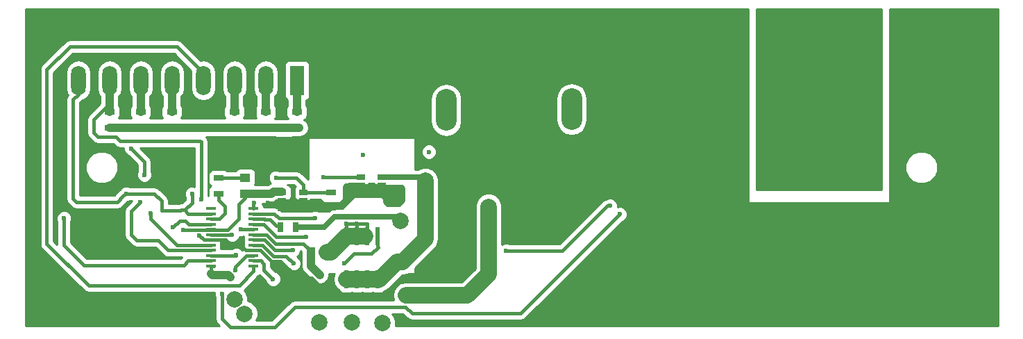
<source format=gbr>
G04 #@! TF.FileFunction,Copper,L4,Bot,Signal*
%FSLAX46Y46*%
G04 Gerber Fmt 4.6, Leading zero omitted, Abs format (unit mm)*
G04 Created by KiCad (PCBNEW 4.0.6) date Thu Jun  1 11:47:27 2017*
%MOMM*%
%LPD*%
G01*
G04 APERTURE LIST*
%ADD10C,0.100000*%
%ADD11C,1.998980*%
%ADD12R,1.000000X0.700000*%
%ADD13R,0.700000X1.300000*%
%ADD14R,1.300000X0.700000*%
%ADD15R,1.250000X1.000000*%
%ADD16R,1.143000X0.419100*%
%ADD17O,2.540000X5.080000*%
%ADD18R,1.000000X1.250000*%
%ADD19R,0.900000X1.200000*%
%ADD20R,0.599440X2.199640*%
%ADD21R,1.800000X3.600000*%
%ADD22O,1.800000X3.600000*%
%ADD23C,0.600000*%
%ADD24C,2.000000*%
%ADD25C,0.250000*%
%ADD26C,0.419100*%
%ADD27C,1.000000*%
%ADD28C,2.000000*%
%ADD29C,0.700000*%
%ADD30C,0.254000*%
G04 APERTURE END LIST*
D10*
D11*
X77410000Y-77830000D03*
X76170000Y-76120000D03*
X86500000Y-78900000D03*
X90530000Y-78900000D03*
X94210000Y-78930000D03*
D12*
X94173641Y-62172909D03*
X91573641Y-63122909D03*
X94173641Y-61222909D03*
X91573641Y-61222909D03*
X94173641Y-63122909D03*
X91573641Y-62172909D03*
D13*
X83650000Y-67250000D03*
X81750000Y-67250000D03*
D14*
X74250000Y-63184212D03*
X74250000Y-61284212D03*
D15*
X77500000Y-63234212D03*
X77500000Y-61234212D03*
D14*
X88000000Y-63034212D03*
X88000000Y-64934212D03*
D16*
X78520000Y-72016712D03*
X78520000Y-71381712D03*
X78520000Y-70746712D03*
X78520000Y-70111712D03*
X78520000Y-69476712D03*
X78520000Y-68841712D03*
X78520000Y-65031712D03*
X78520000Y-65666712D03*
X78520000Y-66301712D03*
X78520000Y-66936712D03*
X78520000Y-67571712D03*
X78520000Y-68206712D03*
X73320000Y-68206712D03*
X73320000Y-67571712D03*
X73320000Y-66936712D03*
X73320000Y-66301712D03*
X73320000Y-65666712D03*
X73320000Y-65031712D03*
X73320000Y-68841712D03*
X73320000Y-69476712D03*
X73320000Y-70111712D03*
X73320000Y-70746712D03*
X73320000Y-71381712D03*
X73320000Y-72016712D03*
D12*
X84600000Y-64034212D03*
X82000000Y-64984212D03*
X84600000Y-63084212D03*
X82000000Y-63084212D03*
X84600000Y-64984212D03*
X82000000Y-64034212D03*
D11*
X132550000Y-59500000D03*
X125050000Y-57000000D03*
X125050000Y-59500000D03*
X127550000Y-57000000D03*
X130050000Y-57000000D03*
X132550000Y-57000000D03*
X130050000Y-59500000D03*
X127550000Y-59500000D03*
X146000000Y-52090000D03*
X148500000Y-52090000D03*
X148500000Y-47090000D03*
X146000000Y-47090000D03*
X148500000Y-49590000D03*
X146000000Y-49590000D03*
X148500000Y-44590000D03*
X146000000Y-42090000D03*
X146000000Y-44590000D03*
X153500000Y-49590000D03*
X153500000Y-52090000D03*
X151000000Y-52090000D03*
X151000000Y-49590000D03*
X151000000Y-47090000D03*
X153500000Y-44590000D03*
X151000000Y-44590000D03*
X153500000Y-47090000D03*
X153500000Y-42090000D03*
X151000000Y-42090000D03*
X148500000Y-42090000D03*
X148500000Y-57090000D03*
X148500000Y-59590000D03*
X141000000Y-59590000D03*
X141000000Y-57090000D03*
X135050000Y-57000000D03*
X137550000Y-59500000D03*
X137550000Y-57000000D03*
X135050000Y-59500000D03*
X143500000Y-59590000D03*
X146000000Y-54590000D03*
X146000000Y-59590000D03*
X146000000Y-57090000D03*
X143500000Y-57090000D03*
X153500000Y-57090000D03*
X153500000Y-54590000D03*
X151000000Y-54590000D03*
X148500000Y-54590000D03*
X153500000Y-59590000D03*
X151000000Y-59590000D03*
X151000000Y-57090000D03*
X137550000Y-47000000D03*
X135050000Y-47000000D03*
X132550000Y-47000000D03*
X137550000Y-44500000D03*
X135050000Y-44500000D03*
X132550000Y-44500000D03*
X127550000Y-42000000D03*
X130050000Y-44500000D03*
X127550000Y-44500000D03*
X125050000Y-44500000D03*
X130050000Y-42000000D03*
X125050000Y-42000000D03*
X137550000Y-49500000D03*
X137550000Y-54500000D03*
X132550000Y-54500000D03*
X137550000Y-52000000D03*
X132550000Y-52000000D03*
X132550000Y-49500000D03*
X127550000Y-47000000D03*
X130050000Y-49500000D03*
X125050000Y-49500000D03*
X130050000Y-47000000D03*
X127550000Y-49500000D03*
X125050000Y-47000000D03*
D17*
X142770000Y-52700000D03*
X135150000Y-52700000D03*
D11*
X141000000Y-44590000D03*
X143500000Y-47090000D03*
X141000000Y-49590000D03*
X141000000Y-47090000D03*
X143500000Y-44590000D03*
X127550000Y-54500000D03*
X130050000Y-54500000D03*
X125050000Y-54500000D03*
X130050000Y-52000000D03*
X127550000Y-52000000D03*
X125050000Y-52000000D03*
D18*
X87500000Y-70300000D03*
X85500000Y-70300000D03*
X95100000Y-75600000D03*
X97100000Y-75600000D03*
D19*
X99450000Y-63200000D03*
X96150000Y-63200000D03*
D20*
X89845000Y-68401580D03*
X91115000Y-68401580D03*
X92385000Y-68401580D03*
X93655000Y-68401580D03*
X93655000Y-73598420D03*
X92385000Y-73598420D03*
X91115000Y-73598420D03*
X89845000Y-73598420D03*
D14*
X64750000Y-55150000D03*
X64750000Y-53250000D03*
X76180000Y-55150000D03*
X76180000Y-53250000D03*
X68560000Y-55150000D03*
X68560000Y-53250000D03*
X83800000Y-55150000D03*
X83800000Y-53250000D03*
X60940000Y-55150000D03*
X60940000Y-53250000D03*
X80000000Y-55150000D03*
X80000000Y-53250000D03*
D17*
X102020000Y-53000000D03*
X94400000Y-53000000D03*
D21*
X83810000Y-49400000D03*
D22*
X80000000Y-49400000D03*
X76190000Y-49400000D03*
X72380000Y-49400000D03*
X68570000Y-49400000D03*
X64760000Y-49400000D03*
X60950000Y-49400000D03*
X57140000Y-49400000D03*
D17*
X117320000Y-52900000D03*
X109700000Y-52900000D03*
D23*
X82500000Y-55200000D03*
X81300000Y-55200000D03*
X81900000Y-55200000D03*
X73000000Y-55100000D03*
X75700000Y-73400000D03*
D24*
X107200000Y-64800000D03*
X96400000Y-66500000D03*
D23*
X75893288Y-68206712D03*
X74680000Y-75440000D03*
X123200000Y-65700000D03*
X122000000Y-64700000D03*
X109300000Y-70200000D03*
X84900000Y-68500000D03*
X68700000Y-67300000D03*
X64700000Y-64200000D03*
X88500000Y-75500000D03*
X90100000Y-63300000D03*
X80300000Y-64300000D03*
X75700000Y-69400000D03*
X71895046Y-68300000D03*
X69900000Y-67600000D03*
D24*
X99450000Y-61650000D03*
D23*
X81250000Y-61250000D03*
X91900000Y-58500000D03*
X91100000Y-66900000D03*
X89800000Y-66900000D03*
X88700000Y-70400000D03*
X88700000Y-69600000D03*
X83300000Y-70100000D03*
X86600000Y-73100000D03*
X63000000Y-63200000D03*
X71000000Y-63250000D03*
X80900000Y-73600000D03*
X89590440Y-71709560D03*
X83409560Y-71709560D03*
X87000000Y-61200000D03*
X76300000Y-72500000D03*
X85990449Y-66190449D03*
X55400000Y-66200000D03*
X76400000Y-70700000D03*
X63600000Y-57700000D03*
X65200000Y-60900000D03*
X66000000Y-65600000D03*
X72100000Y-63900000D03*
X77000000Y-67500000D03*
X78600000Y-64323062D03*
X99900000Y-58100000D03*
D25*
X81300000Y-55200000D02*
X81850000Y-55200000D01*
X81900000Y-55150000D02*
X81850000Y-55200000D01*
X81900000Y-55200000D02*
X81900000Y-55150000D01*
D26*
X73320000Y-72920000D02*
X73320000Y-72016712D01*
D27*
X75700000Y-73400000D02*
X75400000Y-73100000D01*
X75400000Y-73100000D02*
X73500000Y-73100000D01*
X73500000Y-73100000D02*
X73320000Y-72920000D01*
D26*
X73320000Y-72016712D02*
X73681950Y-72016712D01*
D27*
X83800000Y-55150000D02*
X84100000Y-55150000D01*
D26*
X72870000Y-55150000D02*
X74210000Y-55150000D01*
D27*
X80000000Y-55150000D02*
X82500000Y-55200000D01*
X82500000Y-55200000D02*
X83800000Y-55150000D01*
X76180000Y-55150000D02*
X80000000Y-55150000D01*
X68560000Y-55150000D02*
X74210000Y-55150000D01*
X74210000Y-55150000D02*
X76180000Y-55150000D01*
X64750000Y-55150000D02*
X68560000Y-55150000D01*
X60940000Y-55150000D02*
X64750000Y-55150000D01*
D28*
X107200000Y-73000000D02*
X107200000Y-64800000D01*
X104600000Y-75600000D02*
X107200000Y-73000000D01*
X97100000Y-75600000D02*
X104600000Y-75600000D01*
D29*
X95900000Y-66000000D02*
X96400000Y-66500000D01*
X94200000Y-66000000D02*
X95900000Y-66000000D01*
X88400000Y-66000000D02*
X94200000Y-66000000D01*
X87150000Y-67250000D02*
X88400000Y-66000000D01*
X83650000Y-67250000D02*
X87150000Y-67250000D01*
D26*
X74250000Y-61284212D02*
X77450000Y-61284212D01*
X77450000Y-61284212D02*
X77500000Y-61234212D01*
X75670000Y-79480000D02*
X81079120Y-79480000D01*
X81079120Y-79480000D02*
X83549560Y-77009560D01*
X74680000Y-78490000D02*
X75670000Y-79480000D01*
X74680000Y-75440000D02*
X74680000Y-78490000D01*
X97049560Y-77009560D02*
X97840000Y-77800000D01*
X83549560Y-77009560D02*
X97049560Y-77009560D01*
X97840000Y-77800000D02*
X111100000Y-77800000D01*
X111100000Y-77800000D02*
X123200000Y-65700000D01*
X73320000Y-68206712D02*
X75038052Y-68206712D01*
X75038052Y-68206712D02*
X75893288Y-68206712D01*
X116200000Y-70200000D02*
X121700000Y-64700000D01*
X121700000Y-64700000D02*
X122000000Y-64700000D01*
X109300000Y-70200000D02*
X116200000Y-70200000D01*
X84900000Y-68500000D02*
X81300000Y-68500000D01*
X81300000Y-68500000D02*
X81200000Y-68400000D01*
X81200000Y-68400000D02*
X79736712Y-66936712D01*
X78520000Y-66936712D02*
X79736712Y-66936712D01*
X69500000Y-66500000D02*
X68700000Y-67300000D01*
X70200000Y-66500000D02*
X69500000Y-66500000D01*
X70636712Y-66936712D02*
X70200000Y-66500000D01*
X73320000Y-66936712D02*
X70636712Y-66936712D01*
X63600000Y-65300000D02*
X64700000Y-64200000D01*
X63600000Y-68200000D02*
X63600000Y-65300000D01*
X64300000Y-68900000D02*
X63600000Y-68200000D01*
X65227808Y-68900000D02*
X64300000Y-68900000D01*
X66900000Y-68900000D02*
X65227808Y-68900000D01*
X68111712Y-70111712D02*
X66900000Y-68900000D01*
X71872500Y-70111712D02*
X68111712Y-70111712D01*
X73320000Y-70111712D02*
X71872500Y-70111712D01*
D29*
X91573641Y-62172909D02*
X90227091Y-62172909D01*
X90100000Y-62300000D02*
X90100000Y-63300000D01*
X90227091Y-62172909D02*
X90100000Y-62300000D01*
X91573641Y-63122909D02*
X90277091Y-63122909D01*
X90277091Y-63122909D02*
X90100000Y-63300000D01*
D26*
X78520000Y-70111712D02*
X77529400Y-70111712D01*
X77529400Y-70111712D02*
X76817688Y-69400000D01*
X76817688Y-69400000D02*
X76124264Y-69400000D01*
X76124264Y-69400000D02*
X75700000Y-69400000D01*
X88500000Y-75500000D02*
X95000000Y-75500000D01*
X95000000Y-75500000D02*
X95100000Y-75600000D01*
X85600000Y-73500000D02*
X87600000Y-75500000D01*
X87600000Y-75500000D02*
X88500000Y-75500000D01*
X94173641Y-63122909D02*
X96072909Y-63122909D01*
X96072909Y-63122909D02*
X96150000Y-63200000D01*
X94173641Y-62172909D02*
X92800000Y-62172909D01*
X92800000Y-62172909D02*
X91573641Y-62172909D01*
X91573641Y-62172909D02*
X91573641Y-63122909D01*
X94173641Y-62172909D02*
X94173641Y-63122909D01*
X91573641Y-63122909D02*
X94173641Y-63122909D01*
X78520000Y-70111712D02*
X79360608Y-70111712D01*
X83900000Y-73500000D02*
X85600000Y-73500000D01*
X79360608Y-70111712D02*
X80668004Y-71419108D01*
X80668004Y-71419108D02*
X81819108Y-71419108D01*
X81819108Y-71419108D02*
X83900000Y-73500000D01*
D28*
X94400000Y-53000000D02*
X94400000Y-48460000D01*
X94400000Y-48460000D02*
X96160000Y-46700000D01*
X96160000Y-46700000D02*
X108040000Y-46700000D01*
X108040000Y-46700000D02*
X109700000Y-48360000D01*
X109700000Y-48360000D02*
X109700000Y-52900000D01*
D26*
X90100000Y-63903312D02*
X90100000Y-63300000D01*
X88000000Y-64934212D02*
X89069100Y-64934212D01*
X89069100Y-64934212D02*
X90100000Y-63903312D01*
X81300000Y-64100000D02*
X81934212Y-64100000D01*
X81934212Y-64100000D02*
X82000000Y-64034212D01*
X81100000Y-64300000D02*
X81300000Y-64100000D01*
X80300000Y-64300000D02*
X81100000Y-64300000D01*
X75141712Y-68841712D02*
X75700000Y-69400000D01*
X74797500Y-68841712D02*
X75141712Y-68841712D01*
X73320000Y-68841712D02*
X72436758Y-68841712D01*
X72436758Y-68841712D02*
X71895046Y-68300000D01*
X87950000Y-64984212D02*
X88000000Y-64934212D01*
X84600000Y-64984212D02*
X87950000Y-64984212D01*
X84600000Y-64984212D02*
X84600000Y-64034212D01*
X84600000Y-64034212D02*
X82000000Y-64034212D01*
X82000000Y-64984212D02*
X84600000Y-64984212D01*
X82000000Y-64034212D02*
X82000000Y-64984212D01*
X73320000Y-68841712D02*
X74797500Y-68841712D01*
D28*
X132550000Y-52000000D02*
X132550000Y-57000000D01*
D26*
X69912390Y-67587610D02*
X73320000Y-67587610D01*
X69900000Y-67600000D02*
X69912390Y-67587610D01*
X73320000Y-67587610D02*
X73320000Y-67571712D01*
X76750000Y-64484212D02*
X77500000Y-63734212D01*
X77500000Y-63734212D02*
X77500000Y-63234212D01*
D27*
X77500000Y-63234212D02*
X80689998Y-63234212D01*
D26*
X76750000Y-66234212D02*
X76750000Y-64484212D01*
X75396610Y-67587602D02*
X76750000Y-66234212D01*
D27*
X80939999Y-62984211D02*
X82000000Y-62984211D01*
X80689998Y-63234212D02*
X80939999Y-62984211D01*
D26*
X73337500Y-67571712D02*
X73353390Y-67587602D01*
X73353390Y-67587602D02*
X75396610Y-67587602D01*
X73320000Y-67571712D02*
X73337500Y-67571712D01*
D27*
X83810000Y-49400000D02*
X83810000Y-53240000D01*
X83810000Y-53240000D02*
X83800000Y-53250000D01*
D29*
X94173641Y-61222909D02*
X99022909Y-61222909D01*
X99022909Y-61222909D02*
X99450000Y-61650000D01*
D28*
X96700000Y-71500000D02*
X99450000Y-68750000D01*
X99450000Y-68750000D02*
X99450000Y-63200000D01*
X96000000Y-71500000D02*
X96700000Y-71500000D01*
X93901580Y-73598420D02*
X96000000Y-71500000D01*
X93655000Y-73598420D02*
X93901580Y-73598420D01*
X99450000Y-63200000D02*
X99450000Y-61650000D01*
X92385000Y-73598420D02*
X93655000Y-73598420D01*
X91115000Y-73598420D02*
X92385000Y-73598420D01*
X89845000Y-73598420D02*
X91115000Y-73598420D01*
D26*
X83750000Y-61250000D02*
X84600000Y-62100000D01*
X84600000Y-62100000D02*
X84600000Y-63084212D01*
X81250000Y-61250000D02*
X83750000Y-61250000D01*
X87950000Y-63084212D02*
X88000000Y-63034212D01*
X84600000Y-63084212D02*
X87950000Y-63084212D01*
X91100000Y-66900000D02*
X91100000Y-68386580D01*
X91100000Y-68386580D02*
X91115000Y-68401580D01*
X91100000Y-66900000D02*
X89800000Y-66900000D01*
X92400000Y-66900000D02*
X91100000Y-66900000D01*
X89800000Y-66900000D02*
X89800000Y-68356580D01*
X89800000Y-68356580D02*
X89845000Y-68401580D01*
X92400000Y-67586480D02*
X92400000Y-66900000D01*
X92385000Y-68401580D02*
X92385000Y-67601480D01*
X92385000Y-67601480D02*
X92400000Y-67586480D01*
X87500000Y-70300000D02*
X88000000Y-70300000D01*
X88000000Y-70300000D02*
X88700000Y-69600000D01*
X81100000Y-70100000D02*
X83300000Y-70100000D01*
X79841712Y-68841712D02*
X81100000Y-70100000D01*
X78520000Y-68841712D02*
X79841712Y-68841712D01*
D28*
X87500000Y-70300000D02*
X87946580Y-70300000D01*
X87946580Y-70300000D02*
X89845000Y-68401580D01*
X91115000Y-68401580D02*
X92155279Y-68401580D01*
X89845000Y-68401580D02*
X91115000Y-68401580D01*
D27*
X85500000Y-72000000D02*
X86600000Y-73100000D01*
X85500000Y-70300000D02*
X85500000Y-72000000D01*
D26*
X84600000Y-69300000D02*
X85500000Y-70200000D01*
X85500000Y-70200000D02*
X85500000Y-70300000D01*
X81224448Y-69300000D02*
X84600000Y-69300000D01*
X80124448Y-68200000D02*
X81224448Y-69300000D01*
X79409954Y-68200000D02*
X80124448Y-68200000D01*
X78520000Y-68206712D02*
X79403242Y-68206712D01*
X79403242Y-68206712D02*
X79409954Y-68200000D01*
X56510000Y-63810000D02*
X56510000Y-51710000D01*
X61900000Y-64200000D02*
X62600000Y-63500000D01*
X69625736Y-65250000D02*
X67300000Y-65250000D01*
X66400001Y-63200001D02*
X67300000Y-64100000D01*
X67300000Y-64100000D02*
X67300000Y-65250000D01*
X62600000Y-63500000D02*
X62899999Y-63200001D01*
X62899999Y-63200001D02*
X66400001Y-63200001D01*
X56900000Y-64200000D02*
X61900000Y-64200000D01*
X56510000Y-63810000D02*
X56900000Y-64200000D01*
X56510000Y-63760000D02*
X56510000Y-63810000D01*
X73320000Y-65666712D02*
X70566712Y-65666712D01*
X70566712Y-65666712D02*
X70100000Y-65200000D01*
X70100000Y-65200000D02*
X69675736Y-65200000D01*
X69675736Y-65200000D02*
X69625736Y-65250000D01*
X71000000Y-64300000D02*
X70100000Y-65200000D01*
X71000000Y-63250000D02*
X71000000Y-64300000D01*
X56510000Y-51710000D02*
X57140000Y-51080000D01*
X57140000Y-51080000D02*
X57140000Y-49400000D01*
X79800000Y-72500000D02*
X80900000Y-73600000D01*
X79800000Y-71778470D02*
X79800000Y-72500000D01*
X78520000Y-71381712D02*
X79403242Y-71381712D01*
X79403242Y-71381712D02*
X79800000Y-71778470D01*
X93700000Y-69700000D02*
X93655000Y-69655000D01*
X93655000Y-69655000D02*
X93655000Y-68401580D01*
X92900000Y-70500000D02*
X93700000Y-69700000D01*
X90800000Y-70500000D02*
X92900000Y-70500000D01*
X89590440Y-71709560D02*
X90800000Y-70500000D01*
X82500000Y-70800000D02*
X83409560Y-71709560D01*
X80924448Y-70800000D02*
X82500000Y-70800000D01*
X78520000Y-69476712D02*
X79601160Y-69476712D01*
X79601160Y-69476712D02*
X80924448Y-70800000D01*
X87000000Y-61200000D02*
X91550732Y-61200000D01*
X91550732Y-61200000D02*
X91573641Y-61222909D01*
X76300000Y-72083470D02*
X76300000Y-72500000D01*
X77636758Y-70746712D02*
X76300000Y-72083470D01*
X78520000Y-70746712D02*
X77636758Y-70746712D01*
X81590449Y-66190449D02*
X85990449Y-66190449D01*
X81590449Y-66190449D02*
X81066712Y-65666712D01*
X81066712Y-65666712D02*
X78520000Y-65666712D01*
X78520000Y-66301712D02*
X79801712Y-66301712D01*
X81600000Y-67100000D02*
X81750000Y-67250000D01*
X79801712Y-66301712D02*
X79817602Y-66317602D01*
X79817602Y-66317602D02*
X80517602Y-66317602D01*
X80517602Y-66317602D02*
X81300000Y-67100000D01*
X81300000Y-67100000D02*
X81600000Y-67100000D01*
X73320000Y-66301712D02*
X74310600Y-66301712D01*
X74250000Y-63953312D02*
X74250000Y-63184212D01*
X75000000Y-65612312D02*
X75000000Y-64703312D01*
X74310600Y-66301712D02*
X75000000Y-65612312D01*
X75000000Y-64703312D02*
X74250000Y-63953312D01*
X55400000Y-69500000D02*
X55400000Y-66200000D01*
X57800000Y-71900000D02*
X55400000Y-69500000D01*
X70000000Y-71900000D02*
X57800000Y-71900000D01*
X70518288Y-71381712D02*
X70000000Y-71900000D01*
X72302500Y-71381712D02*
X70518288Y-71381712D01*
X73320000Y-71381712D02*
X72302500Y-71381712D01*
D27*
X64750000Y-53250000D02*
X64750000Y-49410000D01*
X64750000Y-49410000D02*
X64760000Y-49400000D01*
D26*
X76400000Y-70700000D02*
X76353288Y-70746712D01*
X76353288Y-70746712D02*
X73320000Y-70746712D01*
X73320000Y-70746712D02*
X74262500Y-70746712D01*
D27*
X76180000Y-53250000D02*
X76180000Y-49410000D01*
X76180000Y-49410000D02*
X76190000Y-49400000D01*
D26*
X66000000Y-65600000D02*
X66000000Y-66300000D01*
X69176712Y-69476712D02*
X67800000Y-68100000D01*
X69176712Y-69476712D02*
X73320000Y-69476712D01*
X66000000Y-66300000D02*
X67800000Y-68100000D01*
X65200000Y-59300000D02*
X63600000Y-57700000D01*
X65200000Y-60900000D02*
X65200000Y-59300000D01*
X66000000Y-65590450D02*
X66000000Y-65600000D01*
D27*
X68560000Y-53250000D02*
X68560000Y-49410000D01*
X68560000Y-49410000D02*
X68570000Y-49400000D01*
D26*
X72100000Y-63900000D02*
X72100000Y-56850000D01*
X72100000Y-56850000D02*
X72000000Y-56750000D01*
X77457688Y-67500000D02*
X77000000Y-67500000D01*
X78520000Y-67571712D02*
X77529400Y-67571712D01*
X77529400Y-67571712D02*
X77457688Y-67500000D01*
D27*
X60940000Y-53250000D02*
X60940000Y-52250000D01*
X60940000Y-52250000D02*
X60940000Y-49410000D01*
D26*
X72000000Y-56750000D02*
X62250000Y-56750000D01*
X62250000Y-56750000D02*
X61750000Y-56250000D01*
X61750000Y-56250000D02*
X59500000Y-56250000D01*
X59500000Y-56250000D02*
X59000000Y-55750000D01*
X59000000Y-55750000D02*
X59000000Y-54190000D01*
X59000000Y-54190000D02*
X60940000Y-52250000D01*
D27*
X60940000Y-49410000D02*
X60950000Y-49400000D01*
D26*
X78600000Y-64323062D02*
X78520000Y-64403062D01*
X78520000Y-65031712D02*
X78520000Y-64403062D01*
D27*
X80000000Y-49400000D02*
X80000000Y-53250000D01*
D26*
X78520000Y-72016712D02*
X78520000Y-72645362D01*
X53300000Y-48100000D02*
X56100000Y-45300000D01*
X78520000Y-72645362D02*
X76765362Y-74400000D01*
X76765362Y-74400000D02*
X58400000Y-74400000D01*
X69180000Y-45300000D02*
X72380000Y-48500000D01*
X58400000Y-74400000D02*
X53300000Y-69300000D01*
X53300000Y-69300000D02*
X53300000Y-48100000D01*
X56100000Y-45300000D02*
X69180000Y-45300000D01*
X72380000Y-48500000D02*
X72380000Y-49400000D01*
D27*
X102020000Y-54270000D02*
X102020000Y-53000000D01*
D30*
G36*
X155123000Y-62673000D02*
X139877000Y-62673000D01*
X139877000Y-40685000D01*
X155123000Y-40685000D01*
X155123000Y-62673000D01*
X155123000Y-62673000D01*
G37*
X155123000Y-62673000D02*
X139877000Y-62673000D01*
X139877000Y-40685000D01*
X155123000Y-40685000D01*
X155123000Y-62673000D01*
G36*
X138873000Y-64200000D02*
X138883006Y-64249410D01*
X138911447Y-64291035D01*
X138953841Y-64318315D01*
X139000000Y-64327000D01*
X156000000Y-64327000D01*
X156049410Y-64316994D01*
X156091035Y-64288553D01*
X156118315Y-64246159D01*
X156127000Y-64200000D01*
X156127000Y-60393109D01*
X158014657Y-60393109D01*
X158316218Y-61122943D01*
X158874120Y-61681819D01*
X159603427Y-61984654D01*
X160393109Y-61985343D01*
X161122943Y-61683782D01*
X161681819Y-61125880D01*
X161984654Y-60396573D01*
X161985343Y-59606891D01*
X161683782Y-58877057D01*
X161125880Y-58318181D01*
X160396573Y-58015346D01*
X159606891Y-58014657D01*
X158877057Y-58316218D01*
X158318181Y-58874120D01*
X158015346Y-59603427D01*
X158014657Y-60393109D01*
X156127000Y-60393109D01*
X156127000Y-40685000D01*
X169315000Y-40685000D01*
X169315000Y-79315000D01*
X95819934Y-79315000D01*
X95844206Y-79256547D01*
X95844774Y-78606306D01*
X95596462Y-78005345D01*
X95445491Y-77854110D01*
X96699736Y-77854110D01*
X97242813Y-78397187D01*
X97516805Y-78580262D01*
X97840000Y-78644550D01*
X111100000Y-78644550D01*
X111423195Y-78580262D01*
X111697187Y-78397187D01*
X123511349Y-66583025D01*
X123728943Y-66493117D01*
X123992192Y-66230327D01*
X124134838Y-65886799D01*
X124135162Y-65514833D01*
X123993117Y-65171057D01*
X123730327Y-64907808D01*
X123386799Y-64765162D01*
X123014833Y-64764838D01*
X122934915Y-64797859D01*
X122935162Y-64514833D01*
X122793117Y-64171057D01*
X122530327Y-63907808D01*
X122186799Y-63765162D01*
X121814833Y-63764838D01*
X121498559Y-63895519D01*
X121376805Y-63919738D01*
X121102813Y-64102813D01*
X115850176Y-69355450D01*
X109704236Y-69355450D01*
X109486799Y-69265162D01*
X109114833Y-69264838D01*
X108835000Y-69380462D01*
X108835000Y-64801427D01*
X108835284Y-64476205D01*
X108586894Y-63875057D01*
X108127363Y-63414722D01*
X107526648Y-63165284D01*
X106876205Y-63164716D01*
X106275057Y-63413106D01*
X105814722Y-63872637D01*
X105565284Y-64473352D01*
X105564716Y-65123795D01*
X105565000Y-65124482D01*
X105565000Y-72322761D01*
X103922760Y-73965000D01*
X97100000Y-73965000D01*
X96474313Y-74089457D01*
X95943880Y-74443880D01*
X95589457Y-74974313D01*
X95465000Y-75600000D01*
X95577388Y-76165010D01*
X83549560Y-76165010D01*
X83226365Y-76229298D01*
X82952373Y-76412373D01*
X80729296Y-78635450D01*
X78845348Y-78635450D01*
X79044206Y-78156547D01*
X79044774Y-77506306D01*
X78796462Y-76905345D01*
X78337073Y-76445154D01*
X77804400Y-76223969D01*
X77804774Y-75796306D01*
X77556462Y-75195345D01*
X77360210Y-74998750D01*
X77362549Y-74997187D01*
X79117187Y-73242549D01*
X79209708Y-73104082D01*
X80016975Y-73911349D01*
X80106883Y-74128943D01*
X80369673Y-74392192D01*
X80713201Y-74534838D01*
X81085167Y-74535162D01*
X81428943Y-74393117D01*
X81692192Y-74130327D01*
X81834838Y-73786799D01*
X81835162Y-73414833D01*
X81693117Y-73071057D01*
X81430327Y-72807808D01*
X81211186Y-72716812D01*
X80644550Y-72150176D01*
X80644550Y-71778470D01*
X80605283Y-71581064D01*
X80924448Y-71644550D01*
X82150176Y-71644550D01*
X82526535Y-72020909D01*
X82616443Y-72238503D01*
X82879233Y-72501752D01*
X83222761Y-72644398D01*
X83594727Y-72644722D01*
X83938503Y-72502677D01*
X84201752Y-72239887D01*
X84344398Y-71896359D01*
X84344722Y-71524393D01*
X84202677Y-71180617D01*
X83939887Y-70917368D01*
X83844378Y-70877709D01*
X84092192Y-70630327D01*
X84234838Y-70286799D01*
X84234962Y-70144550D01*
X84250176Y-70144550D01*
X84352560Y-70246934D01*
X84352560Y-70925000D01*
X84365000Y-70991113D01*
X84365000Y-72000000D01*
X84451397Y-72434346D01*
X84620081Y-72686799D01*
X84697434Y-72802566D01*
X85797434Y-73902566D01*
X86165655Y-74148603D01*
X86600000Y-74235000D01*
X87034345Y-74148603D01*
X87402566Y-73902566D01*
X87648603Y-73534345D01*
X87735000Y-73100000D01*
X87700588Y-72927000D01*
X88365015Y-72927000D01*
X88334457Y-72972733D01*
X88210000Y-73598420D01*
X88334457Y-74224107D01*
X88688880Y-74754540D01*
X88940007Y-74922337D01*
X88942118Y-74933557D01*
X89081190Y-75149681D01*
X89293390Y-75294671D01*
X89545280Y-75345680D01*
X90144720Y-75345680D01*
X90380037Y-75301402D01*
X90479536Y-75237376D01*
X90563390Y-75294671D01*
X90815280Y-75345680D01*
X91414720Y-75345680D01*
X91650037Y-75301402D01*
X91749536Y-75237376D01*
X91833390Y-75294671D01*
X92085280Y-75345680D01*
X92684720Y-75345680D01*
X92920037Y-75301402D01*
X93019536Y-75237376D01*
X93103390Y-75294671D01*
X93355280Y-75345680D01*
X93954720Y-75345680D01*
X94190037Y-75301402D01*
X94406161Y-75162330D01*
X94429312Y-75128448D01*
X94527268Y-75108963D01*
X95057700Y-74754540D01*
X96677240Y-73135000D01*
X96699995Y-73135000D01*
X96700000Y-73135001D01*
X97325688Y-73010543D01*
X97450719Y-72927000D01*
X98100000Y-72927000D01*
X98149410Y-72916994D01*
X98191035Y-72888553D01*
X98218315Y-72846159D01*
X98227000Y-72800000D01*
X98227000Y-72285240D01*
X100606117Y-69906122D01*
X100606120Y-69906120D01*
X100838926Y-69557700D01*
X100960543Y-69375688D01*
X101085000Y-68750000D01*
X101085000Y-61651427D01*
X101085284Y-61326205D01*
X100836894Y-60725057D01*
X100377363Y-60264722D01*
X99776648Y-60015284D01*
X99126205Y-60014716D01*
X98586038Y-60237909D01*
X98227000Y-60237909D01*
X98227000Y-58285167D01*
X98964838Y-58285167D01*
X99106883Y-58628943D01*
X99369673Y-58892192D01*
X99713201Y-59034838D01*
X100085167Y-59035162D01*
X100428943Y-58893117D01*
X100692192Y-58630327D01*
X100834838Y-58286799D01*
X100835162Y-57914833D01*
X100693117Y-57571057D01*
X100430327Y-57307808D01*
X100086799Y-57165162D01*
X99714833Y-57164838D01*
X99371057Y-57306883D01*
X99107808Y-57569673D01*
X98965162Y-57913201D01*
X98964838Y-58285167D01*
X98227000Y-58285167D01*
X98227000Y-56500000D01*
X98216994Y-56450590D01*
X98188553Y-56408965D01*
X98146159Y-56381685D01*
X98100000Y-56373000D01*
X85300000Y-56373000D01*
X85250590Y-56383006D01*
X85208965Y-56411447D01*
X85181685Y-56453841D01*
X85173000Y-56500000D01*
X85173000Y-61478626D01*
X84347187Y-60652813D01*
X84073195Y-60469738D01*
X83750000Y-60405450D01*
X81654236Y-60405450D01*
X81436799Y-60315162D01*
X81064833Y-60314838D01*
X80721057Y-60456883D01*
X80457808Y-60719673D01*
X80315162Y-61063201D01*
X80314838Y-61435167D01*
X80456883Y-61778943D01*
X80595445Y-61917747D01*
X80505653Y-61935608D01*
X80260803Y-62099212D01*
X78644146Y-62099212D01*
X78721431Y-61986102D01*
X78772440Y-61734212D01*
X78772440Y-60734212D01*
X78728162Y-60498895D01*
X78589090Y-60282771D01*
X78376890Y-60137781D01*
X78125000Y-60086772D01*
X76875000Y-60086772D01*
X76639683Y-60131050D01*
X76423559Y-60270122D01*
X76307717Y-60439662D01*
X75300998Y-60439662D01*
X75151890Y-60337781D01*
X74900000Y-60286772D01*
X73600000Y-60286772D01*
X73364683Y-60331050D01*
X73148559Y-60470122D01*
X73003569Y-60682322D01*
X72952560Y-60934212D01*
X72952560Y-61634212D01*
X72996838Y-61869529D01*
X73135910Y-62085653D01*
X73348110Y-62230643D01*
X73361197Y-62233293D01*
X73148559Y-62370122D01*
X73003569Y-62582322D01*
X72952560Y-62834212D01*
X72952560Y-63514920D01*
X72944550Y-63495535D01*
X72944550Y-56850000D01*
X72880262Y-56526805D01*
X72718694Y-56285000D01*
X79988655Y-56285000D01*
X82477305Y-56334773D01*
X82510413Y-56328873D01*
X82543622Y-56334161D01*
X83821807Y-56285000D01*
X84100000Y-56285000D01*
X84534346Y-56198603D01*
X84673995Y-56105292D01*
X84685317Y-56103162D01*
X84901441Y-55964090D01*
X85046431Y-55751890D01*
X85050683Y-55730894D01*
X85148603Y-55584346D01*
X85235000Y-55150000D01*
X85148603Y-54715654D01*
X85055292Y-54576005D01*
X85053162Y-54564683D01*
X84914090Y-54348559D01*
X84701890Y-54203569D01*
X84688803Y-54200919D01*
X84901441Y-54064090D01*
X85046431Y-53851890D01*
X85097440Y-53600000D01*
X85097440Y-52900000D01*
X85053162Y-52664683D01*
X84945000Y-52496594D01*
X84945000Y-51803222D01*
X84945317Y-51803162D01*
X85155678Y-51667798D01*
X100115000Y-51667798D01*
X100115000Y-54332202D01*
X100260009Y-55061214D01*
X100672962Y-55679240D01*
X101290988Y-56092193D01*
X102020000Y-56237202D01*
X102749012Y-56092193D01*
X103367038Y-55679240D01*
X103779991Y-55061214D01*
X103925000Y-54332202D01*
X103925000Y-51667798D01*
X103905109Y-51567798D01*
X115415000Y-51567798D01*
X115415000Y-54232202D01*
X115560009Y-54961214D01*
X115972962Y-55579240D01*
X116590988Y-55992193D01*
X117320000Y-56137202D01*
X118049012Y-55992193D01*
X118667038Y-55579240D01*
X119079991Y-54961214D01*
X119225000Y-54232202D01*
X119225000Y-51567798D01*
X119079991Y-50838786D01*
X118667038Y-50220760D01*
X118049012Y-49807807D01*
X117320000Y-49662798D01*
X116590988Y-49807807D01*
X115972962Y-50220760D01*
X115560009Y-50838786D01*
X115415000Y-51567798D01*
X103905109Y-51567798D01*
X103779991Y-50938786D01*
X103367038Y-50320760D01*
X102749012Y-49907807D01*
X102020000Y-49762798D01*
X101290988Y-49907807D01*
X100672962Y-50320760D01*
X100260009Y-50938786D01*
X100115000Y-51667798D01*
X85155678Y-51667798D01*
X85161441Y-51664090D01*
X85306431Y-51451890D01*
X85357440Y-51200000D01*
X85357440Y-47600000D01*
X85313162Y-47364683D01*
X85174090Y-47148559D01*
X84961890Y-47003569D01*
X84710000Y-46952560D01*
X82910000Y-46952560D01*
X82674683Y-46996838D01*
X82458559Y-47135910D01*
X82313569Y-47348110D01*
X82262560Y-47600000D01*
X82262560Y-51200000D01*
X82306838Y-51435317D01*
X82445910Y-51651441D01*
X82658110Y-51796431D01*
X82675000Y-51799851D01*
X82675000Y-52470390D01*
X82553569Y-52648110D01*
X82502560Y-52900000D01*
X82502560Y-53600000D01*
X82546838Y-53835317D01*
X82685910Y-54051441D01*
X82693627Y-54056714D01*
X82489534Y-54064564D01*
X81119835Y-54037170D01*
X81246431Y-53851890D01*
X81297440Y-53600000D01*
X81297440Y-52900000D01*
X81253162Y-52664683D01*
X81135000Y-52481054D01*
X81135000Y-51358895D01*
X81418155Y-50935123D01*
X81535000Y-50347704D01*
X81535000Y-48452296D01*
X81418155Y-47864877D01*
X81085409Y-47366887D01*
X80587419Y-47034141D01*
X80000000Y-46917296D01*
X79412581Y-47034141D01*
X78914591Y-47366887D01*
X78581845Y-47864877D01*
X78465000Y-48452296D01*
X78465000Y-50347704D01*
X78581845Y-50935123D01*
X78865000Y-51358895D01*
X78865000Y-52485025D01*
X78753569Y-52648110D01*
X78702560Y-52900000D01*
X78702560Y-53600000D01*
X78746838Y-53835317D01*
X78862461Y-54015000D01*
X77314983Y-54015000D01*
X77426431Y-53851890D01*
X77477440Y-53600000D01*
X77477440Y-52900000D01*
X77433162Y-52664683D01*
X77315000Y-52481054D01*
X77315000Y-51373861D01*
X77608155Y-50935123D01*
X77725000Y-50347704D01*
X77725000Y-48452296D01*
X77608155Y-47864877D01*
X77275409Y-47366887D01*
X76777419Y-47034141D01*
X76190000Y-46917296D01*
X75602581Y-47034141D01*
X75104591Y-47366887D01*
X74771845Y-47864877D01*
X74655000Y-48452296D01*
X74655000Y-50347704D01*
X74771845Y-50935123D01*
X75045000Y-51343929D01*
X75045000Y-52485025D01*
X74933569Y-52648110D01*
X74882560Y-52900000D01*
X74882560Y-53600000D01*
X74926838Y-53835317D01*
X75042461Y-54015000D01*
X69694983Y-54015000D01*
X69806431Y-53851890D01*
X69857440Y-53600000D01*
X69857440Y-52900000D01*
X69813162Y-52664683D01*
X69695000Y-52481054D01*
X69695000Y-51373861D01*
X69988155Y-50935123D01*
X70105000Y-50347704D01*
X70105000Y-48452296D01*
X69988155Y-47864877D01*
X69655409Y-47366887D01*
X69157419Y-47034141D01*
X68570000Y-46917296D01*
X67982581Y-47034141D01*
X67484591Y-47366887D01*
X67151845Y-47864877D01*
X67035000Y-48452296D01*
X67035000Y-50347704D01*
X67151845Y-50935123D01*
X67425000Y-51343929D01*
X67425000Y-52485025D01*
X67313569Y-52648110D01*
X67262560Y-52900000D01*
X67262560Y-53600000D01*
X67306838Y-53835317D01*
X67422461Y-54015000D01*
X65884983Y-54015000D01*
X65996431Y-53851890D01*
X66047440Y-53600000D01*
X66047440Y-52900000D01*
X66003162Y-52664683D01*
X65885000Y-52481054D01*
X65885000Y-51373861D01*
X66178155Y-50935123D01*
X66295000Y-50347704D01*
X66295000Y-48452296D01*
X66178155Y-47864877D01*
X65845409Y-47366887D01*
X65347419Y-47034141D01*
X64760000Y-46917296D01*
X64172581Y-47034141D01*
X63674591Y-47366887D01*
X63341845Y-47864877D01*
X63225000Y-48452296D01*
X63225000Y-50347704D01*
X63341845Y-50935123D01*
X63615000Y-51343929D01*
X63615000Y-52485025D01*
X63503569Y-52648110D01*
X63452560Y-52900000D01*
X63452560Y-53600000D01*
X63496838Y-53835317D01*
X63612461Y-54015000D01*
X62074983Y-54015000D01*
X62186431Y-53851890D01*
X62237440Y-53600000D01*
X62237440Y-52900000D01*
X62193162Y-52664683D01*
X62075000Y-52481054D01*
X62075000Y-51373861D01*
X62368155Y-50935123D01*
X62485000Y-50347704D01*
X62485000Y-48452296D01*
X62368155Y-47864877D01*
X62035409Y-47366887D01*
X61537419Y-47034141D01*
X60950000Y-46917296D01*
X60362581Y-47034141D01*
X59864591Y-47366887D01*
X59531845Y-47864877D01*
X59415000Y-48452296D01*
X59415000Y-50347704D01*
X59531845Y-50935123D01*
X59805000Y-51343929D01*
X59805000Y-52190626D01*
X58402813Y-53592813D01*
X58219738Y-53866805D01*
X58155450Y-54190000D01*
X58155450Y-55750000D01*
X58219738Y-56073195D01*
X58402813Y-56347187D01*
X58902813Y-56847187D01*
X59176805Y-57030262D01*
X59500000Y-57094550D01*
X61400176Y-57094550D01*
X61652813Y-57347187D01*
X61926805Y-57530262D01*
X62250000Y-57594550D01*
X62665091Y-57594550D01*
X62664838Y-57885167D01*
X62806883Y-58228943D01*
X63069673Y-58492192D01*
X63288814Y-58583188D01*
X64355450Y-59649824D01*
X64355450Y-60495764D01*
X64265162Y-60713201D01*
X64264838Y-61085167D01*
X64406883Y-61428943D01*
X64669673Y-61692192D01*
X65013201Y-61834838D01*
X65385167Y-61835162D01*
X65728943Y-61693117D01*
X65992192Y-61430327D01*
X66134838Y-61086799D01*
X66135162Y-60714833D01*
X66044550Y-60495535D01*
X66044550Y-59300000D01*
X65980262Y-58976805D01*
X65797187Y-58702813D01*
X64688924Y-57594550D01*
X71255450Y-57594550D01*
X71255450Y-62343669D01*
X71186799Y-62315162D01*
X70814833Y-62314838D01*
X70471057Y-62456883D01*
X70207808Y-62719673D01*
X70065162Y-63063201D01*
X70064838Y-63435167D01*
X70155450Y-63654465D01*
X70155450Y-63950176D01*
X69750176Y-64355450D01*
X69675736Y-64355450D01*
X69424371Y-64405450D01*
X68144550Y-64405450D01*
X68144550Y-64100000D01*
X68080262Y-63776805D01*
X67897187Y-63502813D01*
X66997188Y-62602814D01*
X66723196Y-62419739D01*
X66400001Y-62355451D01*
X63404238Y-62355451D01*
X63186799Y-62265162D01*
X62814833Y-62264838D01*
X62471057Y-62406883D01*
X62207808Y-62669673D01*
X62187822Y-62717804D01*
X61550176Y-63355450D01*
X57354550Y-63355450D01*
X57354550Y-60393109D01*
X58014657Y-60393109D01*
X58316218Y-61122943D01*
X58874120Y-61681819D01*
X59603427Y-61984654D01*
X60393109Y-61985343D01*
X61122943Y-61683782D01*
X61681819Y-61125880D01*
X61984654Y-60396573D01*
X61985343Y-59606891D01*
X61683782Y-58877057D01*
X61125880Y-58318181D01*
X60396573Y-58015346D01*
X59606891Y-58014657D01*
X58877057Y-58316218D01*
X58318181Y-58874120D01*
X58015346Y-59603427D01*
X58014657Y-60393109D01*
X57354550Y-60393109D01*
X57354550Y-52059824D01*
X57628923Y-51785451D01*
X57727419Y-51765859D01*
X58225409Y-51433113D01*
X58558155Y-50935123D01*
X58675000Y-50347704D01*
X58675000Y-48452296D01*
X58558155Y-47864877D01*
X58225409Y-47366887D01*
X57727419Y-47034141D01*
X57140000Y-46917296D01*
X56552581Y-47034141D01*
X56054591Y-47366887D01*
X55721845Y-47864877D01*
X55605000Y-48452296D01*
X55605000Y-50347704D01*
X55721845Y-50935123D01*
X55876693Y-51166870D01*
X55729738Y-51386805D01*
X55665450Y-51710000D01*
X55665450Y-63810000D01*
X55729738Y-64133195D01*
X55912813Y-64407187D01*
X56302813Y-64797187D01*
X56576805Y-64980262D01*
X56900000Y-65044550D01*
X61900000Y-65044550D01*
X62223195Y-64980262D01*
X62497187Y-64797187D01*
X63159235Y-64135139D01*
X63185167Y-64135162D01*
X63404463Y-64044551D01*
X63661075Y-64044551D01*
X63002813Y-64702813D01*
X62819738Y-64976805D01*
X62755450Y-65300000D01*
X62755450Y-68200000D01*
X62819738Y-68523195D01*
X63002813Y-68797187D01*
X63702813Y-69497187D01*
X63976804Y-69680262D01*
X64300000Y-69744550D01*
X66550176Y-69744550D01*
X67514525Y-70708899D01*
X67788517Y-70891974D01*
X68111712Y-70956262D01*
X69749364Y-70956262D01*
X69650176Y-71055450D01*
X58149824Y-71055450D01*
X56244550Y-69150176D01*
X56244550Y-66604236D01*
X56334838Y-66386799D01*
X56335162Y-66014833D01*
X56193117Y-65671057D01*
X55930327Y-65407808D01*
X55586799Y-65265162D01*
X55214833Y-65264838D01*
X54871057Y-65406883D01*
X54607808Y-65669673D01*
X54465162Y-66013201D01*
X54464838Y-66385167D01*
X54555450Y-66604465D01*
X54555450Y-69361076D01*
X54144550Y-68950176D01*
X54144550Y-48449824D01*
X56449824Y-46144550D01*
X68830176Y-46144550D01*
X70893599Y-48207973D01*
X70845000Y-48452296D01*
X70845000Y-50347704D01*
X70961845Y-50935123D01*
X71294591Y-51433113D01*
X71792581Y-51765859D01*
X72380000Y-51882704D01*
X72967419Y-51765859D01*
X73465409Y-51433113D01*
X73798155Y-50935123D01*
X73915000Y-50347704D01*
X73915000Y-48452296D01*
X73798155Y-47864877D01*
X73465409Y-47366887D01*
X72967419Y-47034141D01*
X72380000Y-46917296D01*
X72056098Y-46981724D01*
X69777187Y-44702813D01*
X69503195Y-44519738D01*
X69180000Y-44455450D01*
X56100000Y-44455450D01*
X55776805Y-44519738D01*
X55502813Y-44702813D01*
X52702813Y-47502813D01*
X52519738Y-47776805D01*
X52455450Y-48100000D01*
X52455450Y-69300000D01*
X52519738Y-69623195D01*
X52702813Y-69897187D01*
X57802813Y-74997187D01*
X58076805Y-75180262D01*
X58400000Y-75244550D01*
X73748754Y-75244550D01*
X73745162Y-75253201D01*
X73744838Y-75625167D01*
X73835450Y-75844465D01*
X73835450Y-78490000D01*
X73899738Y-78813195D01*
X74082813Y-79087187D01*
X74310626Y-79315000D01*
X50685000Y-79315000D01*
X50685000Y-40685000D01*
X138873000Y-40685000D01*
X138873000Y-64200000D01*
X138873000Y-64200000D01*
G37*
X138873000Y-64200000D02*
X138883006Y-64249410D01*
X138911447Y-64291035D01*
X138953841Y-64318315D01*
X139000000Y-64327000D01*
X156000000Y-64327000D01*
X156049410Y-64316994D01*
X156091035Y-64288553D01*
X156118315Y-64246159D01*
X156127000Y-64200000D01*
X156127000Y-60393109D01*
X158014657Y-60393109D01*
X158316218Y-61122943D01*
X158874120Y-61681819D01*
X159603427Y-61984654D01*
X160393109Y-61985343D01*
X161122943Y-61683782D01*
X161681819Y-61125880D01*
X161984654Y-60396573D01*
X161985343Y-59606891D01*
X161683782Y-58877057D01*
X161125880Y-58318181D01*
X160396573Y-58015346D01*
X159606891Y-58014657D01*
X158877057Y-58316218D01*
X158318181Y-58874120D01*
X158015346Y-59603427D01*
X158014657Y-60393109D01*
X156127000Y-60393109D01*
X156127000Y-40685000D01*
X169315000Y-40685000D01*
X169315000Y-79315000D01*
X95819934Y-79315000D01*
X95844206Y-79256547D01*
X95844774Y-78606306D01*
X95596462Y-78005345D01*
X95445491Y-77854110D01*
X96699736Y-77854110D01*
X97242813Y-78397187D01*
X97516805Y-78580262D01*
X97840000Y-78644550D01*
X111100000Y-78644550D01*
X111423195Y-78580262D01*
X111697187Y-78397187D01*
X123511349Y-66583025D01*
X123728943Y-66493117D01*
X123992192Y-66230327D01*
X124134838Y-65886799D01*
X124135162Y-65514833D01*
X123993117Y-65171057D01*
X123730327Y-64907808D01*
X123386799Y-64765162D01*
X123014833Y-64764838D01*
X122934915Y-64797859D01*
X122935162Y-64514833D01*
X122793117Y-64171057D01*
X122530327Y-63907808D01*
X122186799Y-63765162D01*
X121814833Y-63764838D01*
X121498559Y-63895519D01*
X121376805Y-63919738D01*
X121102813Y-64102813D01*
X115850176Y-69355450D01*
X109704236Y-69355450D01*
X109486799Y-69265162D01*
X109114833Y-69264838D01*
X108835000Y-69380462D01*
X108835000Y-64801427D01*
X108835284Y-64476205D01*
X108586894Y-63875057D01*
X108127363Y-63414722D01*
X107526648Y-63165284D01*
X106876205Y-63164716D01*
X106275057Y-63413106D01*
X105814722Y-63872637D01*
X105565284Y-64473352D01*
X105564716Y-65123795D01*
X105565000Y-65124482D01*
X105565000Y-72322761D01*
X103922760Y-73965000D01*
X97100000Y-73965000D01*
X96474313Y-74089457D01*
X95943880Y-74443880D01*
X95589457Y-74974313D01*
X95465000Y-75600000D01*
X95577388Y-76165010D01*
X83549560Y-76165010D01*
X83226365Y-76229298D01*
X82952373Y-76412373D01*
X80729296Y-78635450D01*
X78845348Y-78635450D01*
X79044206Y-78156547D01*
X79044774Y-77506306D01*
X78796462Y-76905345D01*
X78337073Y-76445154D01*
X77804400Y-76223969D01*
X77804774Y-75796306D01*
X77556462Y-75195345D01*
X77360210Y-74998750D01*
X77362549Y-74997187D01*
X79117187Y-73242549D01*
X79209708Y-73104082D01*
X80016975Y-73911349D01*
X80106883Y-74128943D01*
X80369673Y-74392192D01*
X80713201Y-74534838D01*
X81085167Y-74535162D01*
X81428943Y-74393117D01*
X81692192Y-74130327D01*
X81834838Y-73786799D01*
X81835162Y-73414833D01*
X81693117Y-73071057D01*
X81430327Y-72807808D01*
X81211186Y-72716812D01*
X80644550Y-72150176D01*
X80644550Y-71778470D01*
X80605283Y-71581064D01*
X80924448Y-71644550D01*
X82150176Y-71644550D01*
X82526535Y-72020909D01*
X82616443Y-72238503D01*
X82879233Y-72501752D01*
X83222761Y-72644398D01*
X83594727Y-72644722D01*
X83938503Y-72502677D01*
X84201752Y-72239887D01*
X84344398Y-71896359D01*
X84344722Y-71524393D01*
X84202677Y-71180617D01*
X83939887Y-70917368D01*
X83844378Y-70877709D01*
X84092192Y-70630327D01*
X84234838Y-70286799D01*
X84234962Y-70144550D01*
X84250176Y-70144550D01*
X84352560Y-70246934D01*
X84352560Y-70925000D01*
X84365000Y-70991113D01*
X84365000Y-72000000D01*
X84451397Y-72434346D01*
X84620081Y-72686799D01*
X84697434Y-72802566D01*
X85797434Y-73902566D01*
X86165655Y-74148603D01*
X86600000Y-74235000D01*
X87034345Y-74148603D01*
X87402566Y-73902566D01*
X87648603Y-73534345D01*
X87735000Y-73100000D01*
X87700588Y-72927000D01*
X88365015Y-72927000D01*
X88334457Y-72972733D01*
X88210000Y-73598420D01*
X88334457Y-74224107D01*
X88688880Y-74754540D01*
X88940007Y-74922337D01*
X88942118Y-74933557D01*
X89081190Y-75149681D01*
X89293390Y-75294671D01*
X89545280Y-75345680D01*
X90144720Y-75345680D01*
X90380037Y-75301402D01*
X90479536Y-75237376D01*
X90563390Y-75294671D01*
X90815280Y-75345680D01*
X91414720Y-75345680D01*
X91650037Y-75301402D01*
X91749536Y-75237376D01*
X91833390Y-75294671D01*
X92085280Y-75345680D01*
X92684720Y-75345680D01*
X92920037Y-75301402D01*
X93019536Y-75237376D01*
X93103390Y-75294671D01*
X93355280Y-75345680D01*
X93954720Y-75345680D01*
X94190037Y-75301402D01*
X94406161Y-75162330D01*
X94429312Y-75128448D01*
X94527268Y-75108963D01*
X95057700Y-74754540D01*
X96677240Y-73135000D01*
X96699995Y-73135000D01*
X96700000Y-73135001D01*
X97325688Y-73010543D01*
X97450719Y-72927000D01*
X98100000Y-72927000D01*
X98149410Y-72916994D01*
X98191035Y-72888553D01*
X98218315Y-72846159D01*
X98227000Y-72800000D01*
X98227000Y-72285240D01*
X100606117Y-69906122D01*
X100606120Y-69906120D01*
X100838926Y-69557700D01*
X100960543Y-69375688D01*
X101085000Y-68750000D01*
X101085000Y-61651427D01*
X101085284Y-61326205D01*
X100836894Y-60725057D01*
X100377363Y-60264722D01*
X99776648Y-60015284D01*
X99126205Y-60014716D01*
X98586038Y-60237909D01*
X98227000Y-60237909D01*
X98227000Y-58285167D01*
X98964838Y-58285167D01*
X99106883Y-58628943D01*
X99369673Y-58892192D01*
X99713201Y-59034838D01*
X100085167Y-59035162D01*
X100428943Y-58893117D01*
X100692192Y-58630327D01*
X100834838Y-58286799D01*
X100835162Y-57914833D01*
X100693117Y-57571057D01*
X100430327Y-57307808D01*
X100086799Y-57165162D01*
X99714833Y-57164838D01*
X99371057Y-57306883D01*
X99107808Y-57569673D01*
X98965162Y-57913201D01*
X98964838Y-58285167D01*
X98227000Y-58285167D01*
X98227000Y-56500000D01*
X98216994Y-56450590D01*
X98188553Y-56408965D01*
X98146159Y-56381685D01*
X98100000Y-56373000D01*
X85300000Y-56373000D01*
X85250590Y-56383006D01*
X85208965Y-56411447D01*
X85181685Y-56453841D01*
X85173000Y-56500000D01*
X85173000Y-61478626D01*
X84347187Y-60652813D01*
X84073195Y-60469738D01*
X83750000Y-60405450D01*
X81654236Y-60405450D01*
X81436799Y-60315162D01*
X81064833Y-60314838D01*
X80721057Y-60456883D01*
X80457808Y-60719673D01*
X80315162Y-61063201D01*
X80314838Y-61435167D01*
X80456883Y-61778943D01*
X80595445Y-61917747D01*
X80505653Y-61935608D01*
X80260803Y-62099212D01*
X78644146Y-62099212D01*
X78721431Y-61986102D01*
X78772440Y-61734212D01*
X78772440Y-60734212D01*
X78728162Y-60498895D01*
X78589090Y-60282771D01*
X78376890Y-60137781D01*
X78125000Y-60086772D01*
X76875000Y-60086772D01*
X76639683Y-60131050D01*
X76423559Y-60270122D01*
X76307717Y-60439662D01*
X75300998Y-60439662D01*
X75151890Y-60337781D01*
X74900000Y-60286772D01*
X73600000Y-60286772D01*
X73364683Y-60331050D01*
X73148559Y-60470122D01*
X73003569Y-60682322D01*
X72952560Y-60934212D01*
X72952560Y-61634212D01*
X72996838Y-61869529D01*
X73135910Y-62085653D01*
X73348110Y-62230643D01*
X73361197Y-62233293D01*
X73148559Y-62370122D01*
X73003569Y-62582322D01*
X72952560Y-62834212D01*
X72952560Y-63514920D01*
X72944550Y-63495535D01*
X72944550Y-56850000D01*
X72880262Y-56526805D01*
X72718694Y-56285000D01*
X79988655Y-56285000D01*
X82477305Y-56334773D01*
X82510413Y-56328873D01*
X82543622Y-56334161D01*
X83821807Y-56285000D01*
X84100000Y-56285000D01*
X84534346Y-56198603D01*
X84673995Y-56105292D01*
X84685317Y-56103162D01*
X84901441Y-55964090D01*
X85046431Y-55751890D01*
X85050683Y-55730894D01*
X85148603Y-55584346D01*
X85235000Y-55150000D01*
X85148603Y-54715654D01*
X85055292Y-54576005D01*
X85053162Y-54564683D01*
X84914090Y-54348559D01*
X84701890Y-54203569D01*
X84688803Y-54200919D01*
X84901441Y-54064090D01*
X85046431Y-53851890D01*
X85097440Y-53600000D01*
X85097440Y-52900000D01*
X85053162Y-52664683D01*
X84945000Y-52496594D01*
X84945000Y-51803222D01*
X84945317Y-51803162D01*
X85155678Y-51667798D01*
X100115000Y-51667798D01*
X100115000Y-54332202D01*
X100260009Y-55061214D01*
X100672962Y-55679240D01*
X101290988Y-56092193D01*
X102020000Y-56237202D01*
X102749012Y-56092193D01*
X103367038Y-55679240D01*
X103779991Y-55061214D01*
X103925000Y-54332202D01*
X103925000Y-51667798D01*
X103905109Y-51567798D01*
X115415000Y-51567798D01*
X115415000Y-54232202D01*
X115560009Y-54961214D01*
X115972962Y-55579240D01*
X116590988Y-55992193D01*
X117320000Y-56137202D01*
X118049012Y-55992193D01*
X118667038Y-55579240D01*
X119079991Y-54961214D01*
X119225000Y-54232202D01*
X119225000Y-51567798D01*
X119079991Y-50838786D01*
X118667038Y-50220760D01*
X118049012Y-49807807D01*
X117320000Y-49662798D01*
X116590988Y-49807807D01*
X115972962Y-50220760D01*
X115560009Y-50838786D01*
X115415000Y-51567798D01*
X103905109Y-51567798D01*
X103779991Y-50938786D01*
X103367038Y-50320760D01*
X102749012Y-49907807D01*
X102020000Y-49762798D01*
X101290988Y-49907807D01*
X100672962Y-50320760D01*
X100260009Y-50938786D01*
X100115000Y-51667798D01*
X85155678Y-51667798D01*
X85161441Y-51664090D01*
X85306431Y-51451890D01*
X85357440Y-51200000D01*
X85357440Y-47600000D01*
X85313162Y-47364683D01*
X85174090Y-47148559D01*
X84961890Y-47003569D01*
X84710000Y-46952560D01*
X82910000Y-46952560D01*
X82674683Y-46996838D01*
X82458559Y-47135910D01*
X82313569Y-47348110D01*
X82262560Y-47600000D01*
X82262560Y-51200000D01*
X82306838Y-51435317D01*
X82445910Y-51651441D01*
X82658110Y-51796431D01*
X82675000Y-51799851D01*
X82675000Y-52470390D01*
X82553569Y-52648110D01*
X82502560Y-52900000D01*
X82502560Y-53600000D01*
X82546838Y-53835317D01*
X82685910Y-54051441D01*
X82693627Y-54056714D01*
X82489534Y-54064564D01*
X81119835Y-54037170D01*
X81246431Y-53851890D01*
X81297440Y-53600000D01*
X81297440Y-52900000D01*
X81253162Y-52664683D01*
X81135000Y-52481054D01*
X81135000Y-51358895D01*
X81418155Y-50935123D01*
X81535000Y-50347704D01*
X81535000Y-48452296D01*
X81418155Y-47864877D01*
X81085409Y-47366887D01*
X80587419Y-47034141D01*
X80000000Y-46917296D01*
X79412581Y-47034141D01*
X78914591Y-47366887D01*
X78581845Y-47864877D01*
X78465000Y-48452296D01*
X78465000Y-50347704D01*
X78581845Y-50935123D01*
X78865000Y-51358895D01*
X78865000Y-52485025D01*
X78753569Y-52648110D01*
X78702560Y-52900000D01*
X78702560Y-53600000D01*
X78746838Y-53835317D01*
X78862461Y-54015000D01*
X77314983Y-54015000D01*
X77426431Y-53851890D01*
X77477440Y-53600000D01*
X77477440Y-52900000D01*
X77433162Y-52664683D01*
X77315000Y-52481054D01*
X77315000Y-51373861D01*
X77608155Y-50935123D01*
X77725000Y-50347704D01*
X77725000Y-48452296D01*
X77608155Y-47864877D01*
X77275409Y-47366887D01*
X76777419Y-47034141D01*
X76190000Y-46917296D01*
X75602581Y-47034141D01*
X75104591Y-47366887D01*
X74771845Y-47864877D01*
X74655000Y-48452296D01*
X74655000Y-50347704D01*
X74771845Y-50935123D01*
X75045000Y-51343929D01*
X75045000Y-52485025D01*
X74933569Y-52648110D01*
X74882560Y-52900000D01*
X74882560Y-53600000D01*
X74926838Y-53835317D01*
X75042461Y-54015000D01*
X69694983Y-54015000D01*
X69806431Y-53851890D01*
X69857440Y-53600000D01*
X69857440Y-52900000D01*
X69813162Y-52664683D01*
X69695000Y-52481054D01*
X69695000Y-51373861D01*
X69988155Y-50935123D01*
X70105000Y-50347704D01*
X70105000Y-48452296D01*
X69988155Y-47864877D01*
X69655409Y-47366887D01*
X69157419Y-47034141D01*
X68570000Y-46917296D01*
X67982581Y-47034141D01*
X67484591Y-47366887D01*
X67151845Y-47864877D01*
X67035000Y-48452296D01*
X67035000Y-50347704D01*
X67151845Y-50935123D01*
X67425000Y-51343929D01*
X67425000Y-52485025D01*
X67313569Y-52648110D01*
X67262560Y-52900000D01*
X67262560Y-53600000D01*
X67306838Y-53835317D01*
X67422461Y-54015000D01*
X65884983Y-54015000D01*
X65996431Y-53851890D01*
X66047440Y-53600000D01*
X66047440Y-52900000D01*
X66003162Y-52664683D01*
X65885000Y-52481054D01*
X65885000Y-51373861D01*
X66178155Y-50935123D01*
X66295000Y-50347704D01*
X66295000Y-48452296D01*
X66178155Y-47864877D01*
X65845409Y-47366887D01*
X65347419Y-47034141D01*
X64760000Y-46917296D01*
X64172581Y-47034141D01*
X63674591Y-47366887D01*
X63341845Y-47864877D01*
X63225000Y-48452296D01*
X63225000Y-50347704D01*
X63341845Y-50935123D01*
X63615000Y-51343929D01*
X63615000Y-52485025D01*
X63503569Y-52648110D01*
X63452560Y-52900000D01*
X63452560Y-53600000D01*
X63496838Y-53835317D01*
X63612461Y-54015000D01*
X62074983Y-54015000D01*
X62186431Y-53851890D01*
X62237440Y-53600000D01*
X62237440Y-52900000D01*
X62193162Y-52664683D01*
X62075000Y-52481054D01*
X62075000Y-51373861D01*
X62368155Y-50935123D01*
X62485000Y-50347704D01*
X62485000Y-48452296D01*
X62368155Y-47864877D01*
X62035409Y-47366887D01*
X61537419Y-47034141D01*
X60950000Y-46917296D01*
X60362581Y-47034141D01*
X59864591Y-47366887D01*
X59531845Y-47864877D01*
X59415000Y-48452296D01*
X59415000Y-50347704D01*
X59531845Y-50935123D01*
X59805000Y-51343929D01*
X59805000Y-52190626D01*
X58402813Y-53592813D01*
X58219738Y-53866805D01*
X58155450Y-54190000D01*
X58155450Y-55750000D01*
X58219738Y-56073195D01*
X58402813Y-56347187D01*
X58902813Y-56847187D01*
X59176805Y-57030262D01*
X59500000Y-57094550D01*
X61400176Y-57094550D01*
X61652813Y-57347187D01*
X61926805Y-57530262D01*
X62250000Y-57594550D01*
X62665091Y-57594550D01*
X62664838Y-57885167D01*
X62806883Y-58228943D01*
X63069673Y-58492192D01*
X63288814Y-58583188D01*
X64355450Y-59649824D01*
X64355450Y-60495764D01*
X64265162Y-60713201D01*
X64264838Y-61085167D01*
X64406883Y-61428943D01*
X64669673Y-61692192D01*
X65013201Y-61834838D01*
X65385167Y-61835162D01*
X65728943Y-61693117D01*
X65992192Y-61430327D01*
X66134838Y-61086799D01*
X66135162Y-60714833D01*
X66044550Y-60495535D01*
X66044550Y-59300000D01*
X65980262Y-58976805D01*
X65797187Y-58702813D01*
X64688924Y-57594550D01*
X71255450Y-57594550D01*
X71255450Y-62343669D01*
X71186799Y-62315162D01*
X70814833Y-62314838D01*
X70471057Y-62456883D01*
X70207808Y-62719673D01*
X70065162Y-63063201D01*
X70064838Y-63435167D01*
X70155450Y-63654465D01*
X70155450Y-63950176D01*
X69750176Y-64355450D01*
X69675736Y-64355450D01*
X69424371Y-64405450D01*
X68144550Y-64405450D01*
X68144550Y-64100000D01*
X68080262Y-63776805D01*
X67897187Y-63502813D01*
X66997188Y-62602814D01*
X66723196Y-62419739D01*
X66400001Y-62355451D01*
X63404238Y-62355451D01*
X63186799Y-62265162D01*
X62814833Y-62264838D01*
X62471057Y-62406883D01*
X62207808Y-62669673D01*
X62187822Y-62717804D01*
X61550176Y-63355450D01*
X57354550Y-63355450D01*
X57354550Y-60393109D01*
X58014657Y-60393109D01*
X58316218Y-61122943D01*
X58874120Y-61681819D01*
X59603427Y-61984654D01*
X60393109Y-61985343D01*
X61122943Y-61683782D01*
X61681819Y-61125880D01*
X61984654Y-60396573D01*
X61985343Y-59606891D01*
X61683782Y-58877057D01*
X61125880Y-58318181D01*
X60396573Y-58015346D01*
X59606891Y-58014657D01*
X58877057Y-58316218D01*
X58318181Y-58874120D01*
X58015346Y-59603427D01*
X58014657Y-60393109D01*
X57354550Y-60393109D01*
X57354550Y-52059824D01*
X57628923Y-51785451D01*
X57727419Y-51765859D01*
X58225409Y-51433113D01*
X58558155Y-50935123D01*
X58675000Y-50347704D01*
X58675000Y-48452296D01*
X58558155Y-47864877D01*
X58225409Y-47366887D01*
X57727419Y-47034141D01*
X57140000Y-46917296D01*
X56552581Y-47034141D01*
X56054591Y-47366887D01*
X55721845Y-47864877D01*
X55605000Y-48452296D01*
X55605000Y-50347704D01*
X55721845Y-50935123D01*
X55876693Y-51166870D01*
X55729738Y-51386805D01*
X55665450Y-51710000D01*
X55665450Y-63810000D01*
X55729738Y-64133195D01*
X55912813Y-64407187D01*
X56302813Y-64797187D01*
X56576805Y-64980262D01*
X56900000Y-65044550D01*
X61900000Y-65044550D01*
X62223195Y-64980262D01*
X62497187Y-64797187D01*
X63159235Y-64135139D01*
X63185167Y-64135162D01*
X63404463Y-64044551D01*
X63661075Y-64044551D01*
X63002813Y-64702813D01*
X62819738Y-64976805D01*
X62755450Y-65300000D01*
X62755450Y-68200000D01*
X62819738Y-68523195D01*
X63002813Y-68797187D01*
X63702813Y-69497187D01*
X63976804Y-69680262D01*
X64300000Y-69744550D01*
X66550176Y-69744550D01*
X67514525Y-70708899D01*
X67788517Y-70891974D01*
X68111712Y-70956262D01*
X69749364Y-70956262D01*
X69650176Y-71055450D01*
X58149824Y-71055450D01*
X56244550Y-69150176D01*
X56244550Y-66604236D01*
X56334838Y-66386799D01*
X56335162Y-66014833D01*
X56193117Y-65671057D01*
X55930327Y-65407808D01*
X55586799Y-65265162D01*
X55214833Y-65264838D01*
X54871057Y-65406883D01*
X54607808Y-65669673D01*
X54465162Y-66013201D01*
X54464838Y-66385167D01*
X54555450Y-66604465D01*
X54555450Y-69361076D01*
X54144550Y-68950176D01*
X54144550Y-48449824D01*
X56449824Y-46144550D01*
X68830176Y-46144550D01*
X70893599Y-48207973D01*
X70845000Y-48452296D01*
X70845000Y-50347704D01*
X70961845Y-50935123D01*
X71294591Y-51433113D01*
X71792581Y-51765859D01*
X72380000Y-51882704D01*
X72967419Y-51765859D01*
X73465409Y-51433113D01*
X73798155Y-50935123D01*
X73915000Y-50347704D01*
X73915000Y-48452296D01*
X73798155Y-47864877D01*
X73465409Y-47366887D01*
X72967419Y-47034141D01*
X72380000Y-46917296D01*
X72056098Y-46981724D01*
X69777187Y-44702813D01*
X69503195Y-44519738D01*
X69180000Y-44455450D01*
X56100000Y-44455450D01*
X55776805Y-44519738D01*
X55502813Y-44702813D01*
X52702813Y-47502813D01*
X52519738Y-47776805D01*
X52455450Y-48100000D01*
X52455450Y-69300000D01*
X52519738Y-69623195D01*
X52702813Y-69897187D01*
X57802813Y-74997187D01*
X58076805Y-75180262D01*
X58400000Y-75244550D01*
X73748754Y-75244550D01*
X73745162Y-75253201D01*
X73744838Y-75625167D01*
X73835450Y-75844465D01*
X73835450Y-78490000D01*
X73899738Y-78813195D01*
X74082813Y-79087187D01*
X74310626Y-79315000D01*
X50685000Y-79315000D01*
X50685000Y-40685000D01*
X138873000Y-40685000D01*
X138873000Y-64200000D01*
G36*
X77301060Y-68416262D02*
X77322118Y-68528175D01*
X77301060Y-68632162D01*
X77301060Y-69051262D01*
X77322118Y-69163175D01*
X77301060Y-69267162D01*
X77301060Y-69686262D01*
X77345338Y-69921579D01*
X77367330Y-69955755D01*
X77313563Y-69966450D01*
X77118786Y-70096596D01*
X76930327Y-69907808D01*
X76586799Y-69765162D01*
X76214833Y-69764838D01*
X75882483Y-69902162D01*
X74538940Y-69902162D01*
X74517882Y-69790249D01*
X74538940Y-69686262D01*
X74538940Y-69267162D01*
X74498316Y-69051262D01*
X75489052Y-69051262D01*
X75706489Y-69141550D01*
X76078455Y-69141874D01*
X76422231Y-68999829D01*
X76685480Y-68737039D01*
X76811294Y-68434046D01*
X76813201Y-68434838D01*
X77185167Y-68435162D01*
X77301060Y-68387276D01*
X77301060Y-68416262D01*
X77301060Y-68416262D01*
G37*
X77301060Y-68416262D02*
X77322118Y-68528175D01*
X77301060Y-68632162D01*
X77301060Y-69051262D01*
X77322118Y-69163175D01*
X77301060Y-69267162D01*
X77301060Y-69686262D01*
X77345338Y-69921579D01*
X77367330Y-69955755D01*
X77313563Y-69966450D01*
X77118786Y-70096596D01*
X76930327Y-69907808D01*
X76586799Y-69765162D01*
X76214833Y-69764838D01*
X75882483Y-69902162D01*
X74538940Y-69902162D01*
X74517882Y-69790249D01*
X74538940Y-69686262D01*
X74538940Y-69267162D01*
X74498316Y-69051262D01*
X75489052Y-69051262D01*
X75706489Y-69141550D01*
X76078455Y-69141874D01*
X76422231Y-68999829D01*
X76685480Y-68737039D01*
X76811294Y-68434046D01*
X76813201Y-68434838D01*
X77185167Y-68435162D01*
X77301060Y-68387276D01*
X77301060Y-68416262D01*
G36*
X93209551Y-62024350D02*
X93421751Y-62169340D01*
X93673641Y-62220349D01*
X94673641Y-62220349D01*
X94739754Y-62207909D01*
X96628303Y-62207909D01*
X96873000Y-62452606D01*
X96873000Y-64047394D01*
X96247394Y-64673000D01*
X94852606Y-64673000D01*
X94427000Y-64247394D01*
X94427000Y-63900000D01*
X94416994Y-63850590D01*
X94389803Y-63810197D01*
X94189803Y-63610197D01*
X94147789Y-63582334D01*
X94100000Y-63573000D01*
X90800000Y-63573000D01*
X90750590Y-63583006D01*
X90710197Y-63610197D01*
X89305394Y-65015000D01*
X88400000Y-65015000D01*
X88023057Y-65089979D01*
X87703500Y-65303500D01*
X87634000Y-65373000D01*
X86459951Y-65373000D01*
X86177248Y-65255611D01*
X85805282Y-65255287D01*
X85585984Y-65345899D01*
X81940273Y-65345899D01*
X81663899Y-65069525D01*
X81389907Y-64886450D01*
X81066712Y-64822162D01*
X79738940Y-64822162D01*
X79694662Y-64586845D01*
X79555590Y-64370721D01*
X79553382Y-64369212D01*
X80689998Y-64369212D01*
X81124344Y-64282815D01*
X81369194Y-64119211D01*
X82000000Y-64119211D01*
X82188821Y-64081652D01*
X82500000Y-64081652D01*
X82735317Y-64037374D01*
X82951441Y-63898302D01*
X83096431Y-63686102D01*
X83147440Y-63434212D01*
X83147440Y-62734212D01*
X83103162Y-62498895D01*
X82964090Y-62282771D01*
X82751890Y-62137781D01*
X82730409Y-62133431D01*
X82672219Y-62094550D01*
X83400176Y-62094550D01*
X83619004Y-62313378D01*
X83503569Y-62482322D01*
X83452560Y-62734212D01*
X83452560Y-63434212D01*
X83496838Y-63669529D01*
X83635910Y-63885653D01*
X83848110Y-64030643D01*
X84100000Y-64081652D01*
X85100000Y-64081652D01*
X85335317Y-64037374D01*
X85504105Y-63928762D01*
X86649156Y-63928762D01*
X87010197Y-64289803D01*
X87052211Y-64317666D01*
X87100000Y-64327000D01*
X89000000Y-64327000D01*
X89049410Y-64316994D01*
X89089803Y-64289803D01*
X89489803Y-63889803D01*
X89517666Y-63847789D01*
X89527000Y-63800000D01*
X89527000Y-62252606D01*
X89735056Y-62044550D01*
X90639115Y-62044550D01*
X90821751Y-62169340D01*
X91073641Y-62220349D01*
X92073641Y-62220349D01*
X92308958Y-62176071D01*
X92525082Y-62036999D01*
X92600241Y-61927000D01*
X93146908Y-61927000D01*
X93209551Y-62024350D01*
X93209551Y-62024350D01*
G37*
X93209551Y-62024350D02*
X93421751Y-62169340D01*
X93673641Y-62220349D01*
X94673641Y-62220349D01*
X94739754Y-62207909D01*
X96628303Y-62207909D01*
X96873000Y-62452606D01*
X96873000Y-64047394D01*
X96247394Y-64673000D01*
X94852606Y-64673000D01*
X94427000Y-64247394D01*
X94427000Y-63900000D01*
X94416994Y-63850590D01*
X94389803Y-63810197D01*
X94189803Y-63610197D01*
X94147789Y-63582334D01*
X94100000Y-63573000D01*
X90800000Y-63573000D01*
X90750590Y-63583006D01*
X90710197Y-63610197D01*
X89305394Y-65015000D01*
X88400000Y-65015000D01*
X88023057Y-65089979D01*
X87703500Y-65303500D01*
X87634000Y-65373000D01*
X86459951Y-65373000D01*
X86177248Y-65255611D01*
X85805282Y-65255287D01*
X85585984Y-65345899D01*
X81940273Y-65345899D01*
X81663899Y-65069525D01*
X81389907Y-64886450D01*
X81066712Y-64822162D01*
X79738940Y-64822162D01*
X79694662Y-64586845D01*
X79555590Y-64370721D01*
X79553382Y-64369212D01*
X80689998Y-64369212D01*
X81124344Y-64282815D01*
X81369194Y-64119211D01*
X82000000Y-64119211D01*
X82188821Y-64081652D01*
X82500000Y-64081652D01*
X82735317Y-64037374D01*
X82951441Y-63898302D01*
X83096431Y-63686102D01*
X83147440Y-63434212D01*
X83147440Y-62734212D01*
X83103162Y-62498895D01*
X82964090Y-62282771D01*
X82751890Y-62137781D01*
X82730409Y-62133431D01*
X82672219Y-62094550D01*
X83400176Y-62094550D01*
X83619004Y-62313378D01*
X83503569Y-62482322D01*
X83452560Y-62734212D01*
X83452560Y-63434212D01*
X83496838Y-63669529D01*
X83635910Y-63885653D01*
X83848110Y-64030643D01*
X84100000Y-64081652D01*
X85100000Y-64081652D01*
X85335317Y-64037374D01*
X85504105Y-63928762D01*
X86649156Y-63928762D01*
X87010197Y-64289803D01*
X87052211Y-64317666D01*
X87100000Y-64327000D01*
X89000000Y-64327000D01*
X89049410Y-64316994D01*
X89089803Y-64289803D01*
X89489803Y-63889803D01*
X89517666Y-63847789D01*
X89527000Y-63800000D01*
X89527000Y-62252606D01*
X89735056Y-62044550D01*
X90639115Y-62044550D01*
X90821751Y-62169340D01*
X91073641Y-62220349D01*
X92073641Y-62220349D01*
X92308958Y-62176071D01*
X92525082Y-62036999D01*
X92600241Y-61927000D01*
X93146908Y-61927000D01*
X93209551Y-62024350D01*
M02*

</source>
